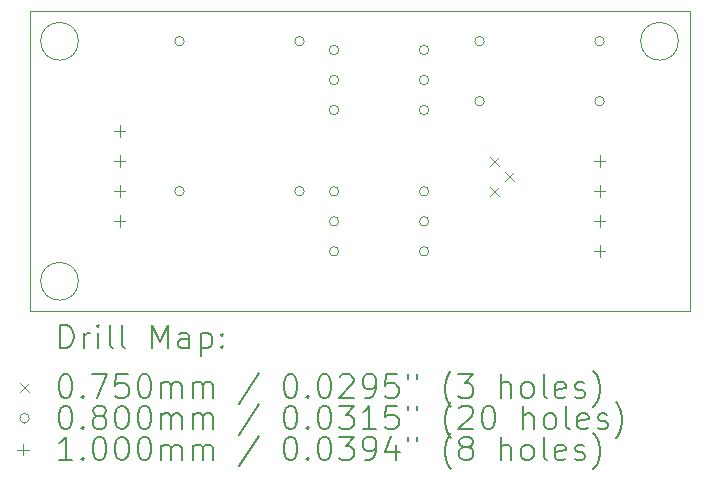
<source format=gbr>
%TF.GenerationSoftware,KiCad,Pcbnew,8.0.6*%
%TF.CreationDate,2025-02-01T10:00:51+01:00*%
%TF.ProjectId,Optoisolatore_K40_1.0,4f70746f-6973-46f6-9c61-746f72655f4b,rev?*%
%TF.SameCoordinates,Original*%
%TF.FileFunction,Drillmap*%
%TF.FilePolarity,Positive*%
%FSLAX45Y45*%
G04 Gerber Fmt 4.5, Leading zero omitted, Abs format (unit mm)*
G04 Created by KiCad (PCBNEW 8.0.6) date 2025-02-01 10:00:51*
%MOMM*%
%LPD*%
G01*
G04 APERTURE LIST*
%ADD10C,0.050000*%
%ADD11C,0.200000*%
%ADD12C,0.100000*%
G04 APERTURE END LIST*
D10*
X11430000Y-7366000D02*
X17018000Y-7366000D01*
X17018000Y-9906000D01*
X11430000Y-9906000D01*
X11430000Y-7366000D01*
X11844000Y-7620000D02*
G75*
G02*
X11524000Y-7620000I-160000J0D01*
G01*
X11524000Y-7620000D02*
G75*
G02*
X11844000Y-7620000I160000J0D01*
G01*
X16924000Y-7620000D02*
G75*
G02*
X16604000Y-7620000I-160000J0D01*
G01*
X16604000Y-7620000D02*
G75*
G02*
X16924000Y-7620000I160000J0D01*
G01*
X11844000Y-9652000D02*
G75*
G02*
X11524000Y-9652000I-160000J0D01*
G01*
X11524000Y-9652000D02*
G75*
G02*
X11844000Y-9652000I160000J0D01*
G01*
D11*
D12*
X15329500Y-8598500D02*
X15404500Y-8673500D01*
X15404500Y-8598500D02*
X15329500Y-8673500D01*
X15329500Y-8852500D02*
X15404500Y-8927500D01*
X15404500Y-8852500D02*
X15329500Y-8927500D01*
X15456500Y-8725500D02*
X15531500Y-8800500D01*
X15531500Y-8725500D02*
X15456500Y-8800500D01*
X12740000Y-7620000D02*
G75*
G02*
X12660000Y-7620000I-40000J0D01*
G01*
X12660000Y-7620000D02*
G75*
G02*
X12740000Y-7620000I40000J0D01*
G01*
X12740000Y-8890000D02*
G75*
G02*
X12660000Y-8890000I-40000J0D01*
G01*
X12660000Y-8890000D02*
G75*
G02*
X12740000Y-8890000I40000J0D01*
G01*
X13756000Y-7620000D02*
G75*
G02*
X13676000Y-7620000I-40000J0D01*
G01*
X13676000Y-7620000D02*
G75*
G02*
X13756000Y-7620000I40000J0D01*
G01*
X13756000Y-8890000D02*
G75*
G02*
X13676000Y-8890000I-40000J0D01*
G01*
X13676000Y-8890000D02*
G75*
G02*
X13756000Y-8890000I40000J0D01*
G01*
X14048000Y-7695000D02*
G75*
G02*
X13968000Y-7695000I-40000J0D01*
G01*
X13968000Y-7695000D02*
G75*
G02*
X14048000Y-7695000I40000J0D01*
G01*
X14048000Y-7949000D02*
G75*
G02*
X13968000Y-7949000I-40000J0D01*
G01*
X13968000Y-7949000D02*
G75*
G02*
X14048000Y-7949000I40000J0D01*
G01*
X14048000Y-8203000D02*
G75*
G02*
X13968000Y-8203000I-40000J0D01*
G01*
X13968000Y-8203000D02*
G75*
G02*
X14048000Y-8203000I40000J0D01*
G01*
X14048000Y-8891500D02*
G75*
G02*
X13968000Y-8891500I-40000J0D01*
G01*
X13968000Y-8891500D02*
G75*
G02*
X14048000Y-8891500I40000J0D01*
G01*
X14048000Y-9145500D02*
G75*
G02*
X13968000Y-9145500I-40000J0D01*
G01*
X13968000Y-9145500D02*
G75*
G02*
X14048000Y-9145500I40000J0D01*
G01*
X14048000Y-9399500D02*
G75*
G02*
X13968000Y-9399500I-40000J0D01*
G01*
X13968000Y-9399500D02*
G75*
G02*
X14048000Y-9399500I40000J0D01*
G01*
X14810000Y-7695000D02*
G75*
G02*
X14730000Y-7695000I-40000J0D01*
G01*
X14730000Y-7695000D02*
G75*
G02*
X14810000Y-7695000I40000J0D01*
G01*
X14810000Y-7949000D02*
G75*
G02*
X14730000Y-7949000I-40000J0D01*
G01*
X14730000Y-7949000D02*
G75*
G02*
X14810000Y-7949000I40000J0D01*
G01*
X14810000Y-8203000D02*
G75*
G02*
X14730000Y-8203000I-40000J0D01*
G01*
X14730000Y-8203000D02*
G75*
G02*
X14810000Y-8203000I40000J0D01*
G01*
X14810000Y-8891500D02*
G75*
G02*
X14730000Y-8891500I-40000J0D01*
G01*
X14730000Y-8891500D02*
G75*
G02*
X14810000Y-8891500I40000J0D01*
G01*
X14810000Y-9145500D02*
G75*
G02*
X14730000Y-9145500I-40000J0D01*
G01*
X14730000Y-9145500D02*
G75*
G02*
X14810000Y-9145500I40000J0D01*
G01*
X14810000Y-9399500D02*
G75*
G02*
X14730000Y-9399500I-40000J0D01*
G01*
X14730000Y-9399500D02*
G75*
G02*
X14810000Y-9399500I40000J0D01*
G01*
X15280000Y-7620000D02*
G75*
G02*
X15200000Y-7620000I-40000J0D01*
G01*
X15200000Y-7620000D02*
G75*
G02*
X15280000Y-7620000I40000J0D01*
G01*
X15280000Y-8128000D02*
G75*
G02*
X15200000Y-8128000I-40000J0D01*
G01*
X15200000Y-8128000D02*
G75*
G02*
X15280000Y-8128000I40000J0D01*
G01*
X16296000Y-7620000D02*
G75*
G02*
X16216000Y-7620000I-40000J0D01*
G01*
X16216000Y-7620000D02*
G75*
G02*
X16296000Y-7620000I40000J0D01*
G01*
X16296000Y-8128000D02*
G75*
G02*
X16216000Y-8128000I-40000J0D01*
G01*
X16216000Y-8128000D02*
G75*
G02*
X16296000Y-8128000I40000J0D01*
G01*
X12192000Y-8332000D02*
X12192000Y-8432000D01*
X12142000Y-8382000D02*
X12242000Y-8382000D01*
X12192000Y-8586000D02*
X12192000Y-8686000D01*
X12142000Y-8636000D02*
X12242000Y-8636000D01*
X12192000Y-8840000D02*
X12192000Y-8940000D01*
X12142000Y-8890000D02*
X12242000Y-8890000D01*
X12192000Y-9094000D02*
X12192000Y-9194000D01*
X12142000Y-9144000D02*
X12242000Y-9144000D01*
X16256000Y-8586000D02*
X16256000Y-8686000D01*
X16206000Y-8636000D02*
X16306000Y-8636000D01*
X16256000Y-8840000D02*
X16256000Y-8940000D01*
X16206000Y-8890000D02*
X16306000Y-8890000D01*
X16256000Y-9094000D02*
X16256000Y-9194000D01*
X16206000Y-9144000D02*
X16306000Y-9144000D01*
X16256000Y-9348000D02*
X16256000Y-9448000D01*
X16206000Y-9398000D02*
X16306000Y-9398000D01*
D11*
X11688277Y-10219984D02*
X11688277Y-10019984D01*
X11688277Y-10019984D02*
X11735896Y-10019984D01*
X11735896Y-10019984D02*
X11764467Y-10029508D01*
X11764467Y-10029508D02*
X11783515Y-10048555D01*
X11783515Y-10048555D02*
X11793039Y-10067603D01*
X11793039Y-10067603D02*
X11802562Y-10105698D01*
X11802562Y-10105698D02*
X11802562Y-10134270D01*
X11802562Y-10134270D02*
X11793039Y-10172365D01*
X11793039Y-10172365D02*
X11783515Y-10191412D01*
X11783515Y-10191412D02*
X11764467Y-10210460D01*
X11764467Y-10210460D02*
X11735896Y-10219984D01*
X11735896Y-10219984D02*
X11688277Y-10219984D01*
X11888277Y-10219984D02*
X11888277Y-10086650D01*
X11888277Y-10124746D02*
X11897801Y-10105698D01*
X11897801Y-10105698D02*
X11907324Y-10096174D01*
X11907324Y-10096174D02*
X11926372Y-10086650D01*
X11926372Y-10086650D02*
X11945420Y-10086650D01*
X12012086Y-10219984D02*
X12012086Y-10086650D01*
X12012086Y-10019984D02*
X12002562Y-10029508D01*
X12002562Y-10029508D02*
X12012086Y-10039031D01*
X12012086Y-10039031D02*
X12021610Y-10029508D01*
X12021610Y-10029508D02*
X12012086Y-10019984D01*
X12012086Y-10019984D02*
X12012086Y-10039031D01*
X12135896Y-10219984D02*
X12116848Y-10210460D01*
X12116848Y-10210460D02*
X12107324Y-10191412D01*
X12107324Y-10191412D02*
X12107324Y-10019984D01*
X12240658Y-10219984D02*
X12221610Y-10210460D01*
X12221610Y-10210460D02*
X12212086Y-10191412D01*
X12212086Y-10191412D02*
X12212086Y-10019984D01*
X12469229Y-10219984D02*
X12469229Y-10019984D01*
X12469229Y-10019984D02*
X12535896Y-10162841D01*
X12535896Y-10162841D02*
X12602562Y-10019984D01*
X12602562Y-10019984D02*
X12602562Y-10219984D01*
X12783515Y-10219984D02*
X12783515Y-10115222D01*
X12783515Y-10115222D02*
X12773991Y-10096174D01*
X12773991Y-10096174D02*
X12754943Y-10086650D01*
X12754943Y-10086650D02*
X12716848Y-10086650D01*
X12716848Y-10086650D02*
X12697801Y-10096174D01*
X12783515Y-10210460D02*
X12764467Y-10219984D01*
X12764467Y-10219984D02*
X12716848Y-10219984D01*
X12716848Y-10219984D02*
X12697801Y-10210460D01*
X12697801Y-10210460D02*
X12688277Y-10191412D01*
X12688277Y-10191412D02*
X12688277Y-10172365D01*
X12688277Y-10172365D02*
X12697801Y-10153317D01*
X12697801Y-10153317D02*
X12716848Y-10143793D01*
X12716848Y-10143793D02*
X12764467Y-10143793D01*
X12764467Y-10143793D02*
X12783515Y-10134270D01*
X12878753Y-10086650D02*
X12878753Y-10286650D01*
X12878753Y-10096174D02*
X12897801Y-10086650D01*
X12897801Y-10086650D02*
X12935896Y-10086650D01*
X12935896Y-10086650D02*
X12954943Y-10096174D01*
X12954943Y-10096174D02*
X12964467Y-10105698D01*
X12964467Y-10105698D02*
X12973991Y-10124746D01*
X12973991Y-10124746D02*
X12973991Y-10181889D01*
X12973991Y-10181889D02*
X12964467Y-10200936D01*
X12964467Y-10200936D02*
X12954943Y-10210460D01*
X12954943Y-10210460D02*
X12935896Y-10219984D01*
X12935896Y-10219984D02*
X12897801Y-10219984D01*
X12897801Y-10219984D02*
X12878753Y-10210460D01*
X13059705Y-10200936D02*
X13069229Y-10210460D01*
X13069229Y-10210460D02*
X13059705Y-10219984D01*
X13059705Y-10219984D02*
X13050182Y-10210460D01*
X13050182Y-10210460D02*
X13059705Y-10200936D01*
X13059705Y-10200936D02*
X13059705Y-10219984D01*
X13059705Y-10096174D02*
X13069229Y-10105698D01*
X13069229Y-10105698D02*
X13059705Y-10115222D01*
X13059705Y-10115222D02*
X13050182Y-10105698D01*
X13050182Y-10105698D02*
X13059705Y-10096174D01*
X13059705Y-10096174D02*
X13059705Y-10115222D01*
D12*
X11352500Y-10511000D02*
X11427500Y-10586000D01*
X11427500Y-10511000D02*
X11352500Y-10586000D01*
D11*
X11726372Y-10439984D02*
X11745420Y-10439984D01*
X11745420Y-10439984D02*
X11764467Y-10449508D01*
X11764467Y-10449508D02*
X11773991Y-10459031D01*
X11773991Y-10459031D02*
X11783515Y-10478079D01*
X11783515Y-10478079D02*
X11793039Y-10516174D01*
X11793039Y-10516174D02*
X11793039Y-10563793D01*
X11793039Y-10563793D02*
X11783515Y-10601889D01*
X11783515Y-10601889D02*
X11773991Y-10620936D01*
X11773991Y-10620936D02*
X11764467Y-10630460D01*
X11764467Y-10630460D02*
X11745420Y-10639984D01*
X11745420Y-10639984D02*
X11726372Y-10639984D01*
X11726372Y-10639984D02*
X11707324Y-10630460D01*
X11707324Y-10630460D02*
X11697801Y-10620936D01*
X11697801Y-10620936D02*
X11688277Y-10601889D01*
X11688277Y-10601889D02*
X11678753Y-10563793D01*
X11678753Y-10563793D02*
X11678753Y-10516174D01*
X11678753Y-10516174D02*
X11688277Y-10478079D01*
X11688277Y-10478079D02*
X11697801Y-10459031D01*
X11697801Y-10459031D02*
X11707324Y-10449508D01*
X11707324Y-10449508D02*
X11726372Y-10439984D01*
X11878753Y-10620936D02*
X11888277Y-10630460D01*
X11888277Y-10630460D02*
X11878753Y-10639984D01*
X11878753Y-10639984D02*
X11869229Y-10630460D01*
X11869229Y-10630460D02*
X11878753Y-10620936D01*
X11878753Y-10620936D02*
X11878753Y-10639984D01*
X11954943Y-10439984D02*
X12088277Y-10439984D01*
X12088277Y-10439984D02*
X12002562Y-10639984D01*
X12259705Y-10439984D02*
X12164467Y-10439984D01*
X12164467Y-10439984D02*
X12154943Y-10535222D01*
X12154943Y-10535222D02*
X12164467Y-10525698D01*
X12164467Y-10525698D02*
X12183515Y-10516174D01*
X12183515Y-10516174D02*
X12231134Y-10516174D01*
X12231134Y-10516174D02*
X12250182Y-10525698D01*
X12250182Y-10525698D02*
X12259705Y-10535222D01*
X12259705Y-10535222D02*
X12269229Y-10554270D01*
X12269229Y-10554270D02*
X12269229Y-10601889D01*
X12269229Y-10601889D02*
X12259705Y-10620936D01*
X12259705Y-10620936D02*
X12250182Y-10630460D01*
X12250182Y-10630460D02*
X12231134Y-10639984D01*
X12231134Y-10639984D02*
X12183515Y-10639984D01*
X12183515Y-10639984D02*
X12164467Y-10630460D01*
X12164467Y-10630460D02*
X12154943Y-10620936D01*
X12393039Y-10439984D02*
X12412086Y-10439984D01*
X12412086Y-10439984D02*
X12431134Y-10449508D01*
X12431134Y-10449508D02*
X12440658Y-10459031D01*
X12440658Y-10459031D02*
X12450182Y-10478079D01*
X12450182Y-10478079D02*
X12459705Y-10516174D01*
X12459705Y-10516174D02*
X12459705Y-10563793D01*
X12459705Y-10563793D02*
X12450182Y-10601889D01*
X12450182Y-10601889D02*
X12440658Y-10620936D01*
X12440658Y-10620936D02*
X12431134Y-10630460D01*
X12431134Y-10630460D02*
X12412086Y-10639984D01*
X12412086Y-10639984D02*
X12393039Y-10639984D01*
X12393039Y-10639984D02*
X12373991Y-10630460D01*
X12373991Y-10630460D02*
X12364467Y-10620936D01*
X12364467Y-10620936D02*
X12354943Y-10601889D01*
X12354943Y-10601889D02*
X12345420Y-10563793D01*
X12345420Y-10563793D02*
X12345420Y-10516174D01*
X12345420Y-10516174D02*
X12354943Y-10478079D01*
X12354943Y-10478079D02*
X12364467Y-10459031D01*
X12364467Y-10459031D02*
X12373991Y-10449508D01*
X12373991Y-10449508D02*
X12393039Y-10439984D01*
X12545420Y-10639984D02*
X12545420Y-10506650D01*
X12545420Y-10525698D02*
X12554943Y-10516174D01*
X12554943Y-10516174D02*
X12573991Y-10506650D01*
X12573991Y-10506650D02*
X12602563Y-10506650D01*
X12602563Y-10506650D02*
X12621610Y-10516174D01*
X12621610Y-10516174D02*
X12631134Y-10535222D01*
X12631134Y-10535222D02*
X12631134Y-10639984D01*
X12631134Y-10535222D02*
X12640658Y-10516174D01*
X12640658Y-10516174D02*
X12659705Y-10506650D01*
X12659705Y-10506650D02*
X12688277Y-10506650D01*
X12688277Y-10506650D02*
X12707324Y-10516174D01*
X12707324Y-10516174D02*
X12716848Y-10535222D01*
X12716848Y-10535222D02*
X12716848Y-10639984D01*
X12812086Y-10639984D02*
X12812086Y-10506650D01*
X12812086Y-10525698D02*
X12821610Y-10516174D01*
X12821610Y-10516174D02*
X12840658Y-10506650D01*
X12840658Y-10506650D02*
X12869229Y-10506650D01*
X12869229Y-10506650D02*
X12888277Y-10516174D01*
X12888277Y-10516174D02*
X12897801Y-10535222D01*
X12897801Y-10535222D02*
X12897801Y-10639984D01*
X12897801Y-10535222D02*
X12907324Y-10516174D01*
X12907324Y-10516174D02*
X12926372Y-10506650D01*
X12926372Y-10506650D02*
X12954943Y-10506650D01*
X12954943Y-10506650D02*
X12973991Y-10516174D01*
X12973991Y-10516174D02*
X12983515Y-10535222D01*
X12983515Y-10535222D02*
X12983515Y-10639984D01*
X13373991Y-10430460D02*
X13202563Y-10687603D01*
X13631134Y-10439984D02*
X13650182Y-10439984D01*
X13650182Y-10439984D02*
X13669229Y-10449508D01*
X13669229Y-10449508D02*
X13678753Y-10459031D01*
X13678753Y-10459031D02*
X13688277Y-10478079D01*
X13688277Y-10478079D02*
X13697801Y-10516174D01*
X13697801Y-10516174D02*
X13697801Y-10563793D01*
X13697801Y-10563793D02*
X13688277Y-10601889D01*
X13688277Y-10601889D02*
X13678753Y-10620936D01*
X13678753Y-10620936D02*
X13669229Y-10630460D01*
X13669229Y-10630460D02*
X13650182Y-10639984D01*
X13650182Y-10639984D02*
X13631134Y-10639984D01*
X13631134Y-10639984D02*
X13612086Y-10630460D01*
X13612086Y-10630460D02*
X13602563Y-10620936D01*
X13602563Y-10620936D02*
X13593039Y-10601889D01*
X13593039Y-10601889D02*
X13583515Y-10563793D01*
X13583515Y-10563793D02*
X13583515Y-10516174D01*
X13583515Y-10516174D02*
X13593039Y-10478079D01*
X13593039Y-10478079D02*
X13602563Y-10459031D01*
X13602563Y-10459031D02*
X13612086Y-10449508D01*
X13612086Y-10449508D02*
X13631134Y-10439984D01*
X13783515Y-10620936D02*
X13793039Y-10630460D01*
X13793039Y-10630460D02*
X13783515Y-10639984D01*
X13783515Y-10639984D02*
X13773991Y-10630460D01*
X13773991Y-10630460D02*
X13783515Y-10620936D01*
X13783515Y-10620936D02*
X13783515Y-10639984D01*
X13916848Y-10439984D02*
X13935896Y-10439984D01*
X13935896Y-10439984D02*
X13954944Y-10449508D01*
X13954944Y-10449508D02*
X13964467Y-10459031D01*
X13964467Y-10459031D02*
X13973991Y-10478079D01*
X13973991Y-10478079D02*
X13983515Y-10516174D01*
X13983515Y-10516174D02*
X13983515Y-10563793D01*
X13983515Y-10563793D02*
X13973991Y-10601889D01*
X13973991Y-10601889D02*
X13964467Y-10620936D01*
X13964467Y-10620936D02*
X13954944Y-10630460D01*
X13954944Y-10630460D02*
X13935896Y-10639984D01*
X13935896Y-10639984D02*
X13916848Y-10639984D01*
X13916848Y-10639984D02*
X13897801Y-10630460D01*
X13897801Y-10630460D02*
X13888277Y-10620936D01*
X13888277Y-10620936D02*
X13878753Y-10601889D01*
X13878753Y-10601889D02*
X13869229Y-10563793D01*
X13869229Y-10563793D02*
X13869229Y-10516174D01*
X13869229Y-10516174D02*
X13878753Y-10478079D01*
X13878753Y-10478079D02*
X13888277Y-10459031D01*
X13888277Y-10459031D02*
X13897801Y-10449508D01*
X13897801Y-10449508D02*
X13916848Y-10439984D01*
X14059706Y-10459031D02*
X14069229Y-10449508D01*
X14069229Y-10449508D02*
X14088277Y-10439984D01*
X14088277Y-10439984D02*
X14135896Y-10439984D01*
X14135896Y-10439984D02*
X14154944Y-10449508D01*
X14154944Y-10449508D02*
X14164467Y-10459031D01*
X14164467Y-10459031D02*
X14173991Y-10478079D01*
X14173991Y-10478079D02*
X14173991Y-10497127D01*
X14173991Y-10497127D02*
X14164467Y-10525698D01*
X14164467Y-10525698D02*
X14050182Y-10639984D01*
X14050182Y-10639984D02*
X14173991Y-10639984D01*
X14269229Y-10639984D02*
X14307325Y-10639984D01*
X14307325Y-10639984D02*
X14326372Y-10630460D01*
X14326372Y-10630460D02*
X14335896Y-10620936D01*
X14335896Y-10620936D02*
X14354944Y-10592365D01*
X14354944Y-10592365D02*
X14364467Y-10554270D01*
X14364467Y-10554270D02*
X14364467Y-10478079D01*
X14364467Y-10478079D02*
X14354944Y-10459031D01*
X14354944Y-10459031D02*
X14345420Y-10449508D01*
X14345420Y-10449508D02*
X14326372Y-10439984D01*
X14326372Y-10439984D02*
X14288277Y-10439984D01*
X14288277Y-10439984D02*
X14269229Y-10449508D01*
X14269229Y-10449508D02*
X14259706Y-10459031D01*
X14259706Y-10459031D02*
X14250182Y-10478079D01*
X14250182Y-10478079D02*
X14250182Y-10525698D01*
X14250182Y-10525698D02*
X14259706Y-10544746D01*
X14259706Y-10544746D02*
X14269229Y-10554270D01*
X14269229Y-10554270D02*
X14288277Y-10563793D01*
X14288277Y-10563793D02*
X14326372Y-10563793D01*
X14326372Y-10563793D02*
X14345420Y-10554270D01*
X14345420Y-10554270D02*
X14354944Y-10544746D01*
X14354944Y-10544746D02*
X14364467Y-10525698D01*
X14545420Y-10439984D02*
X14450182Y-10439984D01*
X14450182Y-10439984D02*
X14440658Y-10535222D01*
X14440658Y-10535222D02*
X14450182Y-10525698D01*
X14450182Y-10525698D02*
X14469229Y-10516174D01*
X14469229Y-10516174D02*
X14516848Y-10516174D01*
X14516848Y-10516174D02*
X14535896Y-10525698D01*
X14535896Y-10525698D02*
X14545420Y-10535222D01*
X14545420Y-10535222D02*
X14554944Y-10554270D01*
X14554944Y-10554270D02*
X14554944Y-10601889D01*
X14554944Y-10601889D02*
X14545420Y-10620936D01*
X14545420Y-10620936D02*
X14535896Y-10630460D01*
X14535896Y-10630460D02*
X14516848Y-10639984D01*
X14516848Y-10639984D02*
X14469229Y-10639984D01*
X14469229Y-10639984D02*
X14450182Y-10630460D01*
X14450182Y-10630460D02*
X14440658Y-10620936D01*
X14631134Y-10439984D02*
X14631134Y-10478079D01*
X14707325Y-10439984D02*
X14707325Y-10478079D01*
X15002563Y-10716174D02*
X14993039Y-10706650D01*
X14993039Y-10706650D02*
X14973991Y-10678079D01*
X14973991Y-10678079D02*
X14964468Y-10659031D01*
X14964468Y-10659031D02*
X14954944Y-10630460D01*
X14954944Y-10630460D02*
X14945420Y-10582841D01*
X14945420Y-10582841D02*
X14945420Y-10544746D01*
X14945420Y-10544746D02*
X14954944Y-10497127D01*
X14954944Y-10497127D02*
X14964468Y-10468555D01*
X14964468Y-10468555D02*
X14973991Y-10449508D01*
X14973991Y-10449508D02*
X14993039Y-10420936D01*
X14993039Y-10420936D02*
X15002563Y-10411412D01*
X15059706Y-10439984D02*
X15183515Y-10439984D01*
X15183515Y-10439984D02*
X15116848Y-10516174D01*
X15116848Y-10516174D02*
X15145420Y-10516174D01*
X15145420Y-10516174D02*
X15164468Y-10525698D01*
X15164468Y-10525698D02*
X15173991Y-10535222D01*
X15173991Y-10535222D02*
X15183515Y-10554270D01*
X15183515Y-10554270D02*
X15183515Y-10601889D01*
X15183515Y-10601889D02*
X15173991Y-10620936D01*
X15173991Y-10620936D02*
X15164468Y-10630460D01*
X15164468Y-10630460D02*
X15145420Y-10639984D01*
X15145420Y-10639984D02*
X15088277Y-10639984D01*
X15088277Y-10639984D02*
X15069229Y-10630460D01*
X15069229Y-10630460D02*
X15059706Y-10620936D01*
X15421610Y-10639984D02*
X15421610Y-10439984D01*
X15507325Y-10639984D02*
X15507325Y-10535222D01*
X15507325Y-10535222D02*
X15497801Y-10516174D01*
X15497801Y-10516174D02*
X15478753Y-10506650D01*
X15478753Y-10506650D02*
X15450182Y-10506650D01*
X15450182Y-10506650D02*
X15431134Y-10516174D01*
X15431134Y-10516174D02*
X15421610Y-10525698D01*
X15631134Y-10639984D02*
X15612087Y-10630460D01*
X15612087Y-10630460D02*
X15602563Y-10620936D01*
X15602563Y-10620936D02*
X15593039Y-10601889D01*
X15593039Y-10601889D02*
X15593039Y-10544746D01*
X15593039Y-10544746D02*
X15602563Y-10525698D01*
X15602563Y-10525698D02*
X15612087Y-10516174D01*
X15612087Y-10516174D02*
X15631134Y-10506650D01*
X15631134Y-10506650D02*
X15659706Y-10506650D01*
X15659706Y-10506650D02*
X15678753Y-10516174D01*
X15678753Y-10516174D02*
X15688277Y-10525698D01*
X15688277Y-10525698D02*
X15697801Y-10544746D01*
X15697801Y-10544746D02*
X15697801Y-10601889D01*
X15697801Y-10601889D02*
X15688277Y-10620936D01*
X15688277Y-10620936D02*
X15678753Y-10630460D01*
X15678753Y-10630460D02*
X15659706Y-10639984D01*
X15659706Y-10639984D02*
X15631134Y-10639984D01*
X15812087Y-10639984D02*
X15793039Y-10630460D01*
X15793039Y-10630460D02*
X15783515Y-10611412D01*
X15783515Y-10611412D02*
X15783515Y-10439984D01*
X15964468Y-10630460D02*
X15945420Y-10639984D01*
X15945420Y-10639984D02*
X15907325Y-10639984D01*
X15907325Y-10639984D02*
X15888277Y-10630460D01*
X15888277Y-10630460D02*
X15878753Y-10611412D01*
X15878753Y-10611412D02*
X15878753Y-10535222D01*
X15878753Y-10535222D02*
X15888277Y-10516174D01*
X15888277Y-10516174D02*
X15907325Y-10506650D01*
X15907325Y-10506650D02*
X15945420Y-10506650D01*
X15945420Y-10506650D02*
X15964468Y-10516174D01*
X15964468Y-10516174D02*
X15973991Y-10535222D01*
X15973991Y-10535222D02*
X15973991Y-10554270D01*
X15973991Y-10554270D02*
X15878753Y-10573317D01*
X16050182Y-10630460D02*
X16069230Y-10639984D01*
X16069230Y-10639984D02*
X16107325Y-10639984D01*
X16107325Y-10639984D02*
X16126372Y-10630460D01*
X16126372Y-10630460D02*
X16135896Y-10611412D01*
X16135896Y-10611412D02*
X16135896Y-10601889D01*
X16135896Y-10601889D02*
X16126372Y-10582841D01*
X16126372Y-10582841D02*
X16107325Y-10573317D01*
X16107325Y-10573317D02*
X16078753Y-10573317D01*
X16078753Y-10573317D02*
X16059706Y-10563793D01*
X16059706Y-10563793D02*
X16050182Y-10544746D01*
X16050182Y-10544746D02*
X16050182Y-10535222D01*
X16050182Y-10535222D02*
X16059706Y-10516174D01*
X16059706Y-10516174D02*
X16078753Y-10506650D01*
X16078753Y-10506650D02*
X16107325Y-10506650D01*
X16107325Y-10506650D02*
X16126372Y-10516174D01*
X16202563Y-10716174D02*
X16212087Y-10706650D01*
X16212087Y-10706650D02*
X16231134Y-10678079D01*
X16231134Y-10678079D02*
X16240658Y-10659031D01*
X16240658Y-10659031D02*
X16250182Y-10630460D01*
X16250182Y-10630460D02*
X16259706Y-10582841D01*
X16259706Y-10582841D02*
X16259706Y-10544746D01*
X16259706Y-10544746D02*
X16250182Y-10497127D01*
X16250182Y-10497127D02*
X16240658Y-10468555D01*
X16240658Y-10468555D02*
X16231134Y-10449508D01*
X16231134Y-10449508D02*
X16212087Y-10420936D01*
X16212087Y-10420936D02*
X16202563Y-10411412D01*
D12*
X11427500Y-10812500D02*
G75*
G02*
X11347500Y-10812500I-40000J0D01*
G01*
X11347500Y-10812500D02*
G75*
G02*
X11427500Y-10812500I40000J0D01*
G01*
D11*
X11726372Y-10703984D02*
X11745420Y-10703984D01*
X11745420Y-10703984D02*
X11764467Y-10713508D01*
X11764467Y-10713508D02*
X11773991Y-10723031D01*
X11773991Y-10723031D02*
X11783515Y-10742079D01*
X11783515Y-10742079D02*
X11793039Y-10780174D01*
X11793039Y-10780174D02*
X11793039Y-10827793D01*
X11793039Y-10827793D02*
X11783515Y-10865889D01*
X11783515Y-10865889D02*
X11773991Y-10884936D01*
X11773991Y-10884936D02*
X11764467Y-10894460D01*
X11764467Y-10894460D02*
X11745420Y-10903984D01*
X11745420Y-10903984D02*
X11726372Y-10903984D01*
X11726372Y-10903984D02*
X11707324Y-10894460D01*
X11707324Y-10894460D02*
X11697801Y-10884936D01*
X11697801Y-10884936D02*
X11688277Y-10865889D01*
X11688277Y-10865889D02*
X11678753Y-10827793D01*
X11678753Y-10827793D02*
X11678753Y-10780174D01*
X11678753Y-10780174D02*
X11688277Y-10742079D01*
X11688277Y-10742079D02*
X11697801Y-10723031D01*
X11697801Y-10723031D02*
X11707324Y-10713508D01*
X11707324Y-10713508D02*
X11726372Y-10703984D01*
X11878753Y-10884936D02*
X11888277Y-10894460D01*
X11888277Y-10894460D02*
X11878753Y-10903984D01*
X11878753Y-10903984D02*
X11869229Y-10894460D01*
X11869229Y-10894460D02*
X11878753Y-10884936D01*
X11878753Y-10884936D02*
X11878753Y-10903984D01*
X12002562Y-10789698D02*
X11983515Y-10780174D01*
X11983515Y-10780174D02*
X11973991Y-10770650D01*
X11973991Y-10770650D02*
X11964467Y-10751603D01*
X11964467Y-10751603D02*
X11964467Y-10742079D01*
X11964467Y-10742079D02*
X11973991Y-10723031D01*
X11973991Y-10723031D02*
X11983515Y-10713508D01*
X11983515Y-10713508D02*
X12002562Y-10703984D01*
X12002562Y-10703984D02*
X12040658Y-10703984D01*
X12040658Y-10703984D02*
X12059705Y-10713508D01*
X12059705Y-10713508D02*
X12069229Y-10723031D01*
X12069229Y-10723031D02*
X12078753Y-10742079D01*
X12078753Y-10742079D02*
X12078753Y-10751603D01*
X12078753Y-10751603D02*
X12069229Y-10770650D01*
X12069229Y-10770650D02*
X12059705Y-10780174D01*
X12059705Y-10780174D02*
X12040658Y-10789698D01*
X12040658Y-10789698D02*
X12002562Y-10789698D01*
X12002562Y-10789698D02*
X11983515Y-10799222D01*
X11983515Y-10799222D02*
X11973991Y-10808746D01*
X11973991Y-10808746D02*
X11964467Y-10827793D01*
X11964467Y-10827793D02*
X11964467Y-10865889D01*
X11964467Y-10865889D02*
X11973991Y-10884936D01*
X11973991Y-10884936D02*
X11983515Y-10894460D01*
X11983515Y-10894460D02*
X12002562Y-10903984D01*
X12002562Y-10903984D02*
X12040658Y-10903984D01*
X12040658Y-10903984D02*
X12059705Y-10894460D01*
X12059705Y-10894460D02*
X12069229Y-10884936D01*
X12069229Y-10884936D02*
X12078753Y-10865889D01*
X12078753Y-10865889D02*
X12078753Y-10827793D01*
X12078753Y-10827793D02*
X12069229Y-10808746D01*
X12069229Y-10808746D02*
X12059705Y-10799222D01*
X12059705Y-10799222D02*
X12040658Y-10789698D01*
X12202562Y-10703984D02*
X12221610Y-10703984D01*
X12221610Y-10703984D02*
X12240658Y-10713508D01*
X12240658Y-10713508D02*
X12250182Y-10723031D01*
X12250182Y-10723031D02*
X12259705Y-10742079D01*
X12259705Y-10742079D02*
X12269229Y-10780174D01*
X12269229Y-10780174D02*
X12269229Y-10827793D01*
X12269229Y-10827793D02*
X12259705Y-10865889D01*
X12259705Y-10865889D02*
X12250182Y-10884936D01*
X12250182Y-10884936D02*
X12240658Y-10894460D01*
X12240658Y-10894460D02*
X12221610Y-10903984D01*
X12221610Y-10903984D02*
X12202562Y-10903984D01*
X12202562Y-10903984D02*
X12183515Y-10894460D01*
X12183515Y-10894460D02*
X12173991Y-10884936D01*
X12173991Y-10884936D02*
X12164467Y-10865889D01*
X12164467Y-10865889D02*
X12154943Y-10827793D01*
X12154943Y-10827793D02*
X12154943Y-10780174D01*
X12154943Y-10780174D02*
X12164467Y-10742079D01*
X12164467Y-10742079D02*
X12173991Y-10723031D01*
X12173991Y-10723031D02*
X12183515Y-10713508D01*
X12183515Y-10713508D02*
X12202562Y-10703984D01*
X12393039Y-10703984D02*
X12412086Y-10703984D01*
X12412086Y-10703984D02*
X12431134Y-10713508D01*
X12431134Y-10713508D02*
X12440658Y-10723031D01*
X12440658Y-10723031D02*
X12450182Y-10742079D01*
X12450182Y-10742079D02*
X12459705Y-10780174D01*
X12459705Y-10780174D02*
X12459705Y-10827793D01*
X12459705Y-10827793D02*
X12450182Y-10865889D01*
X12450182Y-10865889D02*
X12440658Y-10884936D01*
X12440658Y-10884936D02*
X12431134Y-10894460D01*
X12431134Y-10894460D02*
X12412086Y-10903984D01*
X12412086Y-10903984D02*
X12393039Y-10903984D01*
X12393039Y-10903984D02*
X12373991Y-10894460D01*
X12373991Y-10894460D02*
X12364467Y-10884936D01*
X12364467Y-10884936D02*
X12354943Y-10865889D01*
X12354943Y-10865889D02*
X12345420Y-10827793D01*
X12345420Y-10827793D02*
X12345420Y-10780174D01*
X12345420Y-10780174D02*
X12354943Y-10742079D01*
X12354943Y-10742079D02*
X12364467Y-10723031D01*
X12364467Y-10723031D02*
X12373991Y-10713508D01*
X12373991Y-10713508D02*
X12393039Y-10703984D01*
X12545420Y-10903984D02*
X12545420Y-10770650D01*
X12545420Y-10789698D02*
X12554943Y-10780174D01*
X12554943Y-10780174D02*
X12573991Y-10770650D01*
X12573991Y-10770650D02*
X12602563Y-10770650D01*
X12602563Y-10770650D02*
X12621610Y-10780174D01*
X12621610Y-10780174D02*
X12631134Y-10799222D01*
X12631134Y-10799222D02*
X12631134Y-10903984D01*
X12631134Y-10799222D02*
X12640658Y-10780174D01*
X12640658Y-10780174D02*
X12659705Y-10770650D01*
X12659705Y-10770650D02*
X12688277Y-10770650D01*
X12688277Y-10770650D02*
X12707324Y-10780174D01*
X12707324Y-10780174D02*
X12716848Y-10799222D01*
X12716848Y-10799222D02*
X12716848Y-10903984D01*
X12812086Y-10903984D02*
X12812086Y-10770650D01*
X12812086Y-10789698D02*
X12821610Y-10780174D01*
X12821610Y-10780174D02*
X12840658Y-10770650D01*
X12840658Y-10770650D02*
X12869229Y-10770650D01*
X12869229Y-10770650D02*
X12888277Y-10780174D01*
X12888277Y-10780174D02*
X12897801Y-10799222D01*
X12897801Y-10799222D02*
X12897801Y-10903984D01*
X12897801Y-10799222D02*
X12907324Y-10780174D01*
X12907324Y-10780174D02*
X12926372Y-10770650D01*
X12926372Y-10770650D02*
X12954943Y-10770650D01*
X12954943Y-10770650D02*
X12973991Y-10780174D01*
X12973991Y-10780174D02*
X12983515Y-10799222D01*
X12983515Y-10799222D02*
X12983515Y-10903984D01*
X13373991Y-10694460D02*
X13202563Y-10951603D01*
X13631134Y-10703984D02*
X13650182Y-10703984D01*
X13650182Y-10703984D02*
X13669229Y-10713508D01*
X13669229Y-10713508D02*
X13678753Y-10723031D01*
X13678753Y-10723031D02*
X13688277Y-10742079D01*
X13688277Y-10742079D02*
X13697801Y-10780174D01*
X13697801Y-10780174D02*
X13697801Y-10827793D01*
X13697801Y-10827793D02*
X13688277Y-10865889D01*
X13688277Y-10865889D02*
X13678753Y-10884936D01*
X13678753Y-10884936D02*
X13669229Y-10894460D01*
X13669229Y-10894460D02*
X13650182Y-10903984D01*
X13650182Y-10903984D02*
X13631134Y-10903984D01*
X13631134Y-10903984D02*
X13612086Y-10894460D01*
X13612086Y-10894460D02*
X13602563Y-10884936D01*
X13602563Y-10884936D02*
X13593039Y-10865889D01*
X13593039Y-10865889D02*
X13583515Y-10827793D01*
X13583515Y-10827793D02*
X13583515Y-10780174D01*
X13583515Y-10780174D02*
X13593039Y-10742079D01*
X13593039Y-10742079D02*
X13602563Y-10723031D01*
X13602563Y-10723031D02*
X13612086Y-10713508D01*
X13612086Y-10713508D02*
X13631134Y-10703984D01*
X13783515Y-10884936D02*
X13793039Y-10894460D01*
X13793039Y-10894460D02*
X13783515Y-10903984D01*
X13783515Y-10903984D02*
X13773991Y-10894460D01*
X13773991Y-10894460D02*
X13783515Y-10884936D01*
X13783515Y-10884936D02*
X13783515Y-10903984D01*
X13916848Y-10703984D02*
X13935896Y-10703984D01*
X13935896Y-10703984D02*
X13954944Y-10713508D01*
X13954944Y-10713508D02*
X13964467Y-10723031D01*
X13964467Y-10723031D02*
X13973991Y-10742079D01*
X13973991Y-10742079D02*
X13983515Y-10780174D01*
X13983515Y-10780174D02*
X13983515Y-10827793D01*
X13983515Y-10827793D02*
X13973991Y-10865889D01*
X13973991Y-10865889D02*
X13964467Y-10884936D01*
X13964467Y-10884936D02*
X13954944Y-10894460D01*
X13954944Y-10894460D02*
X13935896Y-10903984D01*
X13935896Y-10903984D02*
X13916848Y-10903984D01*
X13916848Y-10903984D02*
X13897801Y-10894460D01*
X13897801Y-10894460D02*
X13888277Y-10884936D01*
X13888277Y-10884936D02*
X13878753Y-10865889D01*
X13878753Y-10865889D02*
X13869229Y-10827793D01*
X13869229Y-10827793D02*
X13869229Y-10780174D01*
X13869229Y-10780174D02*
X13878753Y-10742079D01*
X13878753Y-10742079D02*
X13888277Y-10723031D01*
X13888277Y-10723031D02*
X13897801Y-10713508D01*
X13897801Y-10713508D02*
X13916848Y-10703984D01*
X14050182Y-10703984D02*
X14173991Y-10703984D01*
X14173991Y-10703984D02*
X14107325Y-10780174D01*
X14107325Y-10780174D02*
X14135896Y-10780174D01*
X14135896Y-10780174D02*
X14154944Y-10789698D01*
X14154944Y-10789698D02*
X14164467Y-10799222D01*
X14164467Y-10799222D02*
X14173991Y-10818270D01*
X14173991Y-10818270D02*
X14173991Y-10865889D01*
X14173991Y-10865889D02*
X14164467Y-10884936D01*
X14164467Y-10884936D02*
X14154944Y-10894460D01*
X14154944Y-10894460D02*
X14135896Y-10903984D01*
X14135896Y-10903984D02*
X14078753Y-10903984D01*
X14078753Y-10903984D02*
X14059706Y-10894460D01*
X14059706Y-10894460D02*
X14050182Y-10884936D01*
X14364467Y-10903984D02*
X14250182Y-10903984D01*
X14307325Y-10903984D02*
X14307325Y-10703984D01*
X14307325Y-10703984D02*
X14288277Y-10732555D01*
X14288277Y-10732555D02*
X14269229Y-10751603D01*
X14269229Y-10751603D02*
X14250182Y-10761127D01*
X14545420Y-10703984D02*
X14450182Y-10703984D01*
X14450182Y-10703984D02*
X14440658Y-10799222D01*
X14440658Y-10799222D02*
X14450182Y-10789698D01*
X14450182Y-10789698D02*
X14469229Y-10780174D01*
X14469229Y-10780174D02*
X14516848Y-10780174D01*
X14516848Y-10780174D02*
X14535896Y-10789698D01*
X14535896Y-10789698D02*
X14545420Y-10799222D01*
X14545420Y-10799222D02*
X14554944Y-10818270D01*
X14554944Y-10818270D02*
X14554944Y-10865889D01*
X14554944Y-10865889D02*
X14545420Y-10884936D01*
X14545420Y-10884936D02*
X14535896Y-10894460D01*
X14535896Y-10894460D02*
X14516848Y-10903984D01*
X14516848Y-10903984D02*
X14469229Y-10903984D01*
X14469229Y-10903984D02*
X14450182Y-10894460D01*
X14450182Y-10894460D02*
X14440658Y-10884936D01*
X14631134Y-10703984D02*
X14631134Y-10742079D01*
X14707325Y-10703984D02*
X14707325Y-10742079D01*
X15002563Y-10980174D02*
X14993039Y-10970650D01*
X14993039Y-10970650D02*
X14973991Y-10942079D01*
X14973991Y-10942079D02*
X14964468Y-10923031D01*
X14964468Y-10923031D02*
X14954944Y-10894460D01*
X14954944Y-10894460D02*
X14945420Y-10846841D01*
X14945420Y-10846841D02*
X14945420Y-10808746D01*
X14945420Y-10808746D02*
X14954944Y-10761127D01*
X14954944Y-10761127D02*
X14964468Y-10732555D01*
X14964468Y-10732555D02*
X14973991Y-10713508D01*
X14973991Y-10713508D02*
X14993039Y-10684936D01*
X14993039Y-10684936D02*
X15002563Y-10675412D01*
X15069229Y-10723031D02*
X15078753Y-10713508D01*
X15078753Y-10713508D02*
X15097801Y-10703984D01*
X15097801Y-10703984D02*
X15145420Y-10703984D01*
X15145420Y-10703984D02*
X15164468Y-10713508D01*
X15164468Y-10713508D02*
X15173991Y-10723031D01*
X15173991Y-10723031D02*
X15183515Y-10742079D01*
X15183515Y-10742079D02*
X15183515Y-10761127D01*
X15183515Y-10761127D02*
X15173991Y-10789698D01*
X15173991Y-10789698D02*
X15059706Y-10903984D01*
X15059706Y-10903984D02*
X15183515Y-10903984D01*
X15307325Y-10703984D02*
X15326372Y-10703984D01*
X15326372Y-10703984D02*
X15345420Y-10713508D01*
X15345420Y-10713508D02*
X15354944Y-10723031D01*
X15354944Y-10723031D02*
X15364468Y-10742079D01*
X15364468Y-10742079D02*
X15373991Y-10780174D01*
X15373991Y-10780174D02*
X15373991Y-10827793D01*
X15373991Y-10827793D02*
X15364468Y-10865889D01*
X15364468Y-10865889D02*
X15354944Y-10884936D01*
X15354944Y-10884936D02*
X15345420Y-10894460D01*
X15345420Y-10894460D02*
X15326372Y-10903984D01*
X15326372Y-10903984D02*
X15307325Y-10903984D01*
X15307325Y-10903984D02*
X15288277Y-10894460D01*
X15288277Y-10894460D02*
X15278753Y-10884936D01*
X15278753Y-10884936D02*
X15269229Y-10865889D01*
X15269229Y-10865889D02*
X15259706Y-10827793D01*
X15259706Y-10827793D02*
X15259706Y-10780174D01*
X15259706Y-10780174D02*
X15269229Y-10742079D01*
X15269229Y-10742079D02*
X15278753Y-10723031D01*
X15278753Y-10723031D02*
X15288277Y-10713508D01*
X15288277Y-10713508D02*
X15307325Y-10703984D01*
X15612087Y-10903984D02*
X15612087Y-10703984D01*
X15697801Y-10903984D02*
X15697801Y-10799222D01*
X15697801Y-10799222D02*
X15688277Y-10780174D01*
X15688277Y-10780174D02*
X15669230Y-10770650D01*
X15669230Y-10770650D02*
X15640658Y-10770650D01*
X15640658Y-10770650D02*
X15621610Y-10780174D01*
X15621610Y-10780174D02*
X15612087Y-10789698D01*
X15821610Y-10903984D02*
X15802563Y-10894460D01*
X15802563Y-10894460D02*
X15793039Y-10884936D01*
X15793039Y-10884936D02*
X15783515Y-10865889D01*
X15783515Y-10865889D02*
X15783515Y-10808746D01*
X15783515Y-10808746D02*
X15793039Y-10789698D01*
X15793039Y-10789698D02*
X15802563Y-10780174D01*
X15802563Y-10780174D02*
X15821610Y-10770650D01*
X15821610Y-10770650D02*
X15850182Y-10770650D01*
X15850182Y-10770650D02*
X15869230Y-10780174D01*
X15869230Y-10780174D02*
X15878753Y-10789698D01*
X15878753Y-10789698D02*
X15888277Y-10808746D01*
X15888277Y-10808746D02*
X15888277Y-10865889D01*
X15888277Y-10865889D02*
X15878753Y-10884936D01*
X15878753Y-10884936D02*
X15869230Y-10894460D01*
X15869230Y-10894460D02*
X15850182Y-10903984D01*
X15850182Y-10903984D02*
X15821610Y-10903984D01*
X16002563Y-10903984D02*
X15983515Y-10894460D01*
X15983515Y-10894460D02*
X15973991Y-10875412D01*
X15973991Y-10875412D02*
X15973991Y-10703984D01*
X16154944Y-10894460D02*
X16135896Y-10903984D01*
X16135896Y-10903984D02*
X16097801Y-10903984D01*
X16097801Y-10903984D02*
X16078753Y-10894460D01*
X16078753Y-10894460D02*
X16069230Y-10875412D01*
X16069230Y-10875412D02*
X16069230Y-10799222D01*
X16069230Y-10799222D02*
X16078753Y-10780174D01*
X16078753Y-10780174D02*
X16097801Y-10770650D01*
X16097801Y-10770650D02*
X16135896Y-10770650D01*
X16135896Y-10770650D02*
X16154944Y-10780174D01*
X16154944Y-10780174D02*
X16164468Y-10799222D01*
X16164468Y-10799222D02*
X16164468Y-10818270D01*
X16164468Y-10818270D02*
X16069230Y-10837317D01*
X16240658Y-10894460D02*
X16259706Y-10903984D01*
X16259706Y-10903984D02*
X16297801Y-10903984D01*
X16297801Y-10903984D02*
X16316849Y-10894460D01*
X16316849Y-10894460D02*
X16326372Y-10875412D01*
X16326372Y-10875412D02*
X16326372Y-10865889D01*
X16326372Y-10865889D02*
X16316849Y-10846841D01*
X16316849Y-10846841D02*
X16297801Y-10837317D01*
X16297801Y-10837317D02*
X16269230Y-10837317D01*
X16269230Y-10837317D02*
X16250182Y-10827793D01*
X16250182Y-10827793D02*
X16240658Y-10808746D01*
X16240658Y-10808746D02*
X16240658Y-10799222D01*
X16240658Y-10799222D02*
X16250182Y-10780174D01*
X16250182Y-10780174D02*
X16269230Y-10770650D01*
X16269230Y-10770650D02*
X16297801Y-10770650D01*
X16297801Y-10770650D02*
X16316849Y-10780174D01*
X16393039Y-10980174D02*
X16402563Y-10970650D01*
X16402563Y-10970650D02*
X16421611Y-10942079D01*
X16421611Y-10942079D02*
X16431134Y-10923031D01*
X16431134Y-10923031D02*
X16440658Y-10894460D01*
X16440658Y-10894460D02*
X16450182Y-10846841D01*
X16450182Y-10846841D02*
X16450182Y-10808746D01*
X16450182Y-10808746D02*
X16440658Y-10761127D01*
X16440658Y-10761127D02*
X16431134Y-10732555D01*
X16431134Y-10732555D02*
X16421611Y-10713508D01*
X16421611Y-10713508D02*
X16402563Y-10684936D01*
X16402563Y-10684936D02*
X16393039Y-10675412D01*
D12*
X11377500Y-11026500D02*
X11377500Y-11126500D01*
X11327500Y-11076500D02*
X11427500Y-11076500D01*
D11*
X11793039Y-11167984D02*
X11678753Y-11167984D01*
X11735896Y-11167984D02*
X11735896Y-10967984D01*
X11735896Y-10967984D02*
X11716848Y-10996555D01*
X11716848Y-10996555D02*
X11697801Y-11015603D01*
X11697801Y-11015603D02*
X11678753Y-11025127D01*
X11878753Y-11148936D02*
X11888277Y-11158460D01*
X11888277Y-11158460D02*
X11878753Y-11167984D01*
X11878753Y-11167984D02*
X11869229Y-11158460D01*
X11869229Y-11158460D02*
X11878753Y-11148936D01*
X11878753Y-11148936D02*
X11878753Y-11167984D01*
X12012086Y-10967984D02*
X12031134Y-10967984D01*
X12031134Y-10967984D02*
X12050182Y-10977508D01*
X12050182Y-10977508D02*
X12059705Y-10987031D01*
X12059705Y-10987031D02*
X12069229Y-11006079D01*
X12069229Y-11006079D02*
X12078753Y-11044174D01*
X12078753Y-11044174D02*
X12078753Y-11091793D01*
X12078753Y-11091793D02*
X12069229Y-11129889D01*
X12069229Y-11129889D02*
X12059705Y-11148936D01*
X12059705Y-11148936D02*
X12050182Y-11158460D01*
X12050182Y-11158460D02*
X12031134Y-11167984D01*
X12031134Y-11167984D02*
X12012086Y-11167984D01*
X12012086Y-11167984D02*
X11993039Y-11158460D01*
X11993039Y-11158460D02*
X11983515Y-11148936D01*
X11983515Y-11148936D02*
X11973991Y-11129889D01*
X11973991Y-11129889D02*
X11964467Y-11091793D01*
X11964467Y-11091793D02*
X11964467Y-11044174D01*
X11964467Y-11044174D02*
X11973991Y-11006079D01*
X11973991Y-11006079D02*
X11983515Y-10987031D01*
X11983515Y-10987031D02*
X11993039Y-10977508D01*
X11993039Y-10977508D02*
X12012086Y-10967984D01*
X12202562Y-10967984D02*
X12221610Y-10967984D01*
X12221610Y-10967984D02*
X12240658Y-10977508D01*
X12240658Y-10977508D02*
X12250182Y-10987031D01*
X12250182Y-10987031D02*
X12259705Y-11006079D01*
X12259705Y-11006079D02*
X12269229Y-11044174D01*
X12269229Y-11044174D02*
X12269229Y-11091793D01*
X12269229Y-11091793D02*
X12259705Y-11129889D01*
X12259705Y-11129889D02*
X12250182Y-11148936D01*
X12250182Y-11148936D02*
X12240658Y-11158460D01*
X12240658Y-11158460D02*
X12221610Y-11167984D01*
X12221610Y-11167984D02*
X12202562Y-11167984D01*
X12202562Y-11167984D02*
X12183515Y-11158460D01*
X12183515Y-11158460D02*
X12173991Y-11148936D01*
X12173991Y-11148936D02*
X12164467Y-11129889D01*
X12164467Y-11129889D02*
X12154943Y-11091793D01*
X12154943Y-11091793D02*
X12154943Y-11044174D01*
X12154943Y-11044174D02*
X12164467Y-11006079D01*
X12164467Y-11006079D02*
X12173991Y-10987031D01*
X12173991Y-10987031D02*
X12183515Y-10977508D01*
X12183515Y-10977508D02*
X12202562Y-10967984D01*
X12393039Y-10967984D02*
X12412086Y-10967984D01*
X12412086Y-10967984D02*
X12431134Y-10977508D01*
X12431134Y-10977508D02*
X12440658Y-10987031D01*
X12440658Y-10987031D02*
X12450182Y-11006079D01*
X12450182Y-11006079D02*
X12459705Y-11044174D01*
X12459705Y-11044174D02*
X12459705Y-11091793D01*
X12459705Y-11091793D02*
X12450182Y-11129889D01*
X12450182Y-11129889D02*
X12440658Y-11148936D01*
X12440658Y-11148936D02*
X12431134Y-11158460D01*
X12431134Y-11158460D02*
X12412086Y-11167984D01*
X12412086Y-11167984D02*
X12393039Y-11167984D01*
X12393039Y-11167984D02*
X12373991Y-11158460D01*
X12373991Y-11158460D02*
X12364467Y-11148936D01*
X12364467Y-11148936D02*
X12354943Y-11129889D01*
X12354943Y-11129889D02*
X12345420Y-11091793D01*
X12345420Y-11091793D02*
X12345420Y-11044174D01*
X12345420Y-11044174D02*
X12354943Y-11006079D01*
X12354943Y-11006079D02*
X12364467Y-10987031D01*
X12364467Y-10987031D02*
X12373991Y-10977508D01*
X12373991Y-10977508D02*
X12393039Y-10967984D01*
X12545420Y-11167984D02*
X12545420Y-11034650D01*
X12545420Y-11053698D02*
X12554943Y-11044174D01*
X12554943Y-11044174D02*
X12573991Y-11034650D01*
X12573991Y-11034650D02*
X12602563Y-11034650D01*
X12602563Y-11034650D02*
X12621610Y-11044174D01*
X12621610Y-11044174D02*
X12631134Y-11063222D01*
X12631134Y-11063222D02*
X12631134Y-11167984D01*
X12631134Y-11063222D02*
X12640658Y-11044174D01*
X12640658Y-11044174D02*
X12659705Y-11034650D01*
X12659705Y-11034650D02*
X12688277Y-11034650D01*
X12688277Y-11034650D02*
X12707324Y-11044174D01*
X12707324Y-11044174D02*
X12716848Y-11063222D01*
X12716848Y-11063222D02*
X12716848Y-11167984D01*
X12812086Y-11167984D02*
X12812086Y-11034650D01*
X12812086Y-11053698D02*
X12821610Y-11044174D01*
X12821610Y-11044174D02*
X12840658Y-11034650D01*
X12840658Y-11034650D02*
X12869229Y-11034650D01*
X12869229Y-11034650D02*
X12888277Y-11044174D01*
X12888277Y-11044174D02*
X12897801Y-11063222D01*
X12897801Y-11063222D02*
X12897801Y-11167984D01*
X12897801Y-11063222D02*
X12907324Y-11044174D01*
X12907324Y-11044174D02*
X12926372Y-11034650D01*
X12926372Y-11034650D02*
X12954943Y-11034650D01*
X12954943Y-11034650D02*
X12973991Y-11044174D01*
X12973991Y-11044174D02*
X12983515Y-11063222D01*
X12983515Y-11063222D02*
X12983515Y-11167984D01*
X13373991Y-10958460D02*
X13202563Y-11215603D01*
X13631134Y-10967984D02*
X13650182Y-10967984D01*
X13650182Y-10967984D02*
X13669229Y-10977508D01*
X13669229Y-10977508D02*
X13678753Y-10987031D01*
X13678753Y-10987031D02*
X13688277Y-11006079D01*
X13688277Y-11006079D02*
X13697801Y-11044174D01*
X13697801Y-11044174D02*
X13697801Y-11091793D01*
X13697801Y-11091793D02*
X13688277Y-11129889D01*
X13688277Y-11129889D02*
X13678753Y-11148936D01*
X13678753Y-11148936D02*
X13669229Y-11158460D01*
X13669229Y-11158460D02*
X13650182Y-11167984D01*
X13650182Y-11167984D02*
X13631134Y-11167984D01*
X13631134Y-11167984D02*
X13612086Y-11158460D01*
X13612086Y-11158460D02*
X13602563Y-11148936D01*
X13602563Y-11148936D02*
X13593039Y-11129889D01*
X13593039Y-11129889D02*
X13583515Y-11091793D01*
X13583515Y-11091793D02*
X13583515Y-11044174D01*
X13583515Y-11044174D02*
X13593039Y-11006079D01*
X13593039Y-11006079D02*
X13602563Y-10987031D01*
X13602563Y-10987031D02*
X13612086Y-10977508D01*
X13612086Y-10977508D02*
X13631134Y-10967984D01*
X13783515Y-11148936D02*
X13793039Y-11158460D01*
X13793039Y-11158460D02*
X13783515Y-11167984D01*
X13783515Y-11167984D02*
X13773991Y-11158460D01*
X13773991Y-11158460D02*
X13783515Y-11148936D01*
X13783515Y-11148936D02*
X13783515Y-11167984D01*
X13916848Y-10967984D02*
X13935896Y-10967984D01*
X13935896Y-10967984D02*
X13954944Y-10977508D01*
X13954944Y-10977508D02*
X13964467Y-10987031D01*
X13964467Y-10987031D02*
X13973991Y-11006079D01*
X13973991Y-11006079D02*
X13983515Y-11044174D01*
X13983515Y-11044174D02*
X13983515Y-11091793D01*
X13983515Y-11091793D02*
X13973991Y-11129889D01*
X13973991Y-11129889D02*
X13964467Y-11148936D01*
X13964467Y-11148936D02*
X13954944Y-11158460D01*
X13954944Y-11158460D02*
X13935896Y-11167984D01*
X13935896Y-11167984D02*
X13916848Y-11167984D01*
X13916848Y-11167984D02*
X13897801Y-11158460D01*
X13897801Y-11158460D02*
X13888277Y-11148936D01*
X13888277Y-11148936D02*
X13878753Y-11129889D01*
X13878753Y-11129889D02*
X13869229Y-11091793D01*
X13869229Y-11091793D02*
X13869229Y-11044174D01*
X13869229Y-11044174D02*
X13878753Y-11006079D01*
X13878753Y-11006079D02*
X13888277Y-10987031D01*
X13888277Y-10987031D02*
X13897801Y-10977508D01*
X13897801Y-10977508D02*
X13916848Y-10967984D01*
X14050182Y-10967984D02*
X14173991Y-10967984D01*
X14173991Y-10967984D02*
X14107325Y-11044174D01*
X14107325Y-11044174D02*
X14135896Y-11044174D01*
X14135896Y-11044174D02*
X14154944Y-11053698D01*
X14154944Y-11053698D02*
X14164467Y-11063222D01*
X14164467Y-11063222D02*
X14173991Y-11082270D01*
X14173991Y-11082270D02*
X14173991Y-11129889D01*
X14173991Y-11129889D02*
X14164467Y-11148936D01*
X14164467Y-11148936D02*
X14154944Y-11158460D01*
X14154944Y-11158460D02*
X14135896Y-11167984D01*
X14135896Y-11167984D02*
X14078753Y-11167984D01*
X14078753Y-11167984D02*
X14059706Y-11158460D01*
X14059706Y-11158460D02*
X14050182Y-11148936D01*
X14269229Y-11167984D02*
X14307325Y-11167984D01*
X14307325Y-11167984D02*
X14326372Y-11158460D01*
X14326372Y-11158460D02*
X14335896Y-11148936D01*
X14335896Y-11148936D02*
X14354944Y-11120365D01*
X14354944Y-11120365D02*
X14364467Y-11082270D01*
X14364467Y-11082270D02*
X14364467Y-11006079D01*
X14364467Y-11006079D02*
X14354944Y-10987031D01*
X14354944Y-10987031D02*
X14345420Y-10977508D01*
X14345420Y-10977508D02*
X14326372Y-10967984D01*
X14326372Y-10967984D02*
X14288277Y-10967984D01*
X14288277Y-10967984D02*
X14269229Y-10977508D01*
X14269229Y-10977508D02*
X14259706Y-10987031D01*
X14259706Y-10987031D02*
X14250182Y-11006079D01*
X14250182Y-11006079D02*
X14250182Y-11053698D01*
X14250182Y-11053698D02*
X14259706Y-11072746D01*
X14259706Y-11072746D02*
X14269229Y-11082270D01*
X14269229Y-11082270D02*
X14288277Y-11091793D01*
X14288277Y-11091793D02*
X14326372Y-11091793D01*
X14326372Y-11091793D02*
X14345420Y-11082270D01*
X14345420Y-11082270D02*
X14354944Y-11072746D01*
X14354944Y-11072746D02*
X14364467Y-11053698D01*
X14535896Y-11034650D02*
X14535896Y-11167984D01*
X14488277Y-10958460D02*
X14440658Y-11101317D01*
X14440658Y-11101317D02*
X14564467Y-11101317D01*
X14631134Y-10967984D02*
X14631134Y-11006079D01*
X14707325Y-10967984D02*
X14707325Y-11006079D01*
X15002563Y-11244174D02*
X14993039Y-11234650D01*
X14993039Y-11234650D02*
X14973991Y-11206079D01*
X14973991Y-11206079D02*
X14964468Y-11187031D01*
X14964468Y-11187031D02*
X14954944Y-11158460D01*
X14954944Y-11158460D02*
X14945420Y-11110841D01*
X14945420Y-11110841D02*
X14945420Y-11072746D01*
X14945420Y-11072746D02*
X14954944Y-11025127D01*
X14954944Y-11025127D02*
X14964468Y-10996555D01*
X14964468Y-10996555D02*
X14973991Y-10977508D01*
X14973991Y-10977508D02*
X14993039Y-10948936D01*
X14993039Y-10948936D02*
X15002563Y-10939412D01*
X15107325Y-11053698D02*
X15088277Y-11044174D01*
X15088277Y-11044174D02*
X15078753Y-11034650D01*
X15078753Y-11034650D02*
X15069229Y-11015603D01*
X15069229Y-11015603D02*
X15069229Y-11006079D01*
X15069229Y-11006079D02*
X15078753Y-10987031D01*
X15078753Y-10987031D02*
X15088277Y-10977508D01*
X15088277Y-10977508D02*
X15107325Y-10967984D01*
X15107325Y-10967984D02*
X15145420Y-10967984D01*
X15145420Y-10967984D02*
X15164468Y-10977508D01*
X15164468Y-10977508D02*
X15173991Y-10987031D01*
X15173991Y-10987031D02*
X15183515Y-11006079D01*
X15183515Y-11006079D02*
X15183515Y-11015603D01*
X15183515Y-11015603D02*
X15173991Y-11034650D01*
X15173991Y-11034650D02*
X15164468Y-11044174D01*
X15164468Y-11044174D02*
X15145420Y-11053698D01*
X15145420Y-11053698D02*
X15107325Y-11053698D01*
X15107325Y-11053698D02*
X15088277Y-11063222D01*
X15088277Y-11063222D02*
X15078753Y-11072746D01*
X15078753Y-11072746D02*
X15069229Y-11091793D01*
X15069229Y-11091793D02*
X15069229Y-11129889D01*
X15069229Y-11129889D02*
X15078753Y-11148936D01*
X15078753Y-11148936D02*
X15088277Y-11158460D01*
X15088277Y-11158460D02*
X15107325Y-11167984D01*
X15107325Y-11167984D02*
X15145420Y-11167984D01*
X15145420Y-11167984D02*
X15164468Y-11158460D01*
X15164468Y-11158460D02*
X15173991Y-11148936D01*
X15173991Y-11148936D02*
X15183515Y-11129889D01*
X15183515Y-11129889D02*
X15183515Y-11091793D01*
X15183515Y-11091793D02*
X15173991Y-11072746D01*
X15173991Y-11072746D02*
X15164468Y-11063222D01*
X15164468Y-11063222D02*
X15145420Y-11053698D01*
X15421610Y-11167984D02*
X15421610Y-10967984D01*
X15507325Y-11167984D02*
X15507325Y-11063222D01*
X15507325Y-11063222D02*
X15497801Y-11044174D01*
X15497801Y-11044174D02*
X15478753Y-11034650D01*
X15478753Y-11034650D02*
X15450182Y-11034650D01*
X15450182Y-11034650D02*
X15431134Y-11044174D01*
X15431134Y-11044174D02*
X15421610Y-11053698D01*
X15631134Y-11167984D02*
X15612087Y-11158460D01*
X15612087Y-11158460D02*
X15602563Y-11148936D01*
X15602563Y-11148936D02*
X15593039Y-11129889D01*
X15593039Y-11129889D02*
X15593039Y-11072746D01*
X15593039Y-11072746D02*
X15602563Y-11053698D01*
X15602563Y-11053698D02*
X15612087Y-11044174D01*
X15612087Y-11044174D02*
X15631134Y-11034650D01*
X15631134Y-11034650D02*
X15659706Y-11034650D01*
X15659706Y-11034650D02*
X15678753Y-11044174D01*
X15678753Y-11044174D02*
X15688277Y-11053698D01*
X15688277Y-11053698D02*
X15697801Y-11072746D01*
X15697801Y-11072746D02*
X15697801Y-11129889D01*
X15697801Y-11129889D02*
X15688277Y-11148936D01*
X15688277Y-11148936D02*
X15678753Y-11158460D01*
X15678753Y-11158460D02*
X15659706Y-11167984D01*
X15659706Y-11167984D02*
X15631134Y-11167984D01*
X15812087Y-11167984D02*
X15793039Y-11158460D01*
X15793039Y-11158460D02*
X15783515Y-11139412D01*
X15783515Y-11139412D02*
X15783515Y-10967984D01*
X15964468Y-11158460D02*
X15945420Y-11167984D01*
X15945420Y-11167984D02*
X15907325Y-11167984D01*
X15907325Y-11167984D02*
X15888277Y-11158460D01*
X15888277Y-11158460D02*
X15878753Y-11139412D01*
X15878753Y-11139412D02*
X15878753Y-11063222D01*
X15878753Y-11063222D02*
X15888277Y-11044174D01*
X15888277Y-11044174D02*
X15907325Y-11034650D01*
X15907325Y-11034650D02*
X15945420Y-11034650D01*
X15945420Y-11034650D02*
X15964468Y-11044174D01*
X15964468Y-11044174D02*
X15973991Y-11063222D01*
X15973991Y-11063222D02*
X15973991Y-11082270D01*
X15973991Y-11082270D02*
X15878753Y-11101317D01*
X16050182Y-11158460D02*
X16069230Y-11167984D01*
X16069230Y-11167984D02*
X16107325Y-11167984D01*
X16107325Y-11167984D02*
X16126372Y-11158460D01*
X16126372Y-11158460D02*
X16135896Y-11139412D01*
X16135896Y-11139412D02*
X16135896Y-11129889D01*
X16135896Y-11129889D02*
X16126372Y-11110841D01*
X16126372Y-11110841D02*
X16107325Y-11101317D01*
X16107325Y-11101317D02*
X16078753Y-11101317D01*
X16078753Y-11101317D02*
X16059706Y-11091793D01*
X16059706Y-11091793D02*
X16050182Y-11072746D01*
X16050182Y-11072746D02*
X16050182Y-11063222D01*
X16050182Y-11063222D02*
X16059706Y-11044174D01*
X16059706Y-11044174D02*
X16078753Y-11034650D01*
X16078753Y-11034650D02*
X16107325Y-11034650D01*
X16107325Y-11034650D02*
X16126372Y-11044174D01*
X16202563Y-11244174D02*
X16212087Y-11234650D01*
X16212087Y-11234650D02*
X16231134Y-11206079D01*
X16231134Y-11206079D02*
X16240658Y-11187031D01*
X16240658Y-11187031D02*
X16250182Y-11158460D01*
X16250182Y-11158460D02*
X16259706Y-11110841D01*
X16259706Y-11110841D02*
X16259706Y-11072746D01*
X16259706Y-11072746D02*
X16250182Y-11025127D01*
X16250182Y-11025127D02*
X16240658Y-10996555D01*
X16240658Y-10996555D02*
X16231134Y-10977508D01*
X16231134Y-10977508D02*
X16212087Y-10948936D01*
X16212087Y-10948936D02*
X16202563Y-10939412D01*
M02*

</source>
